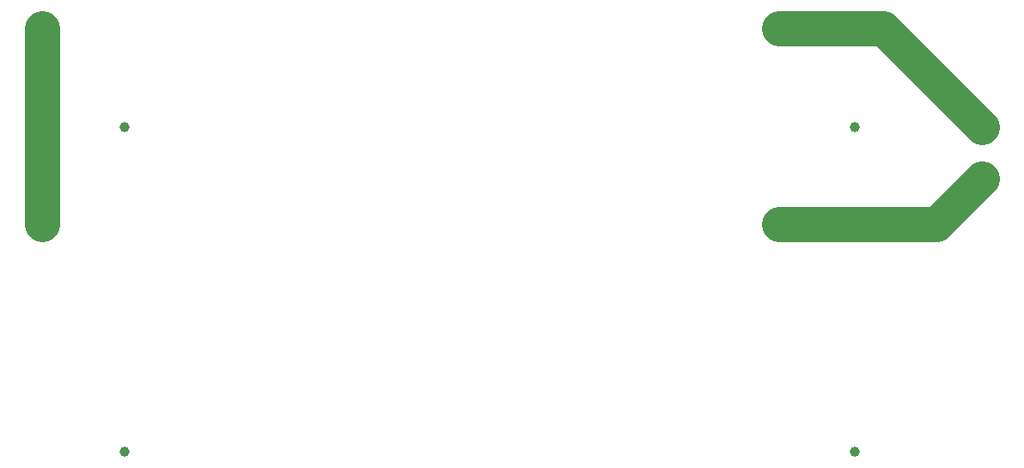
<source format=gtl>
G04*
G04 #@! TF.GenerationSoftware,Altium Limited,Altium Designer,20.0.11 (256)*
G04*
G04 Layer_Physical_Order=1*
G04 Layer_Color=255*
%FSLAX25Y25*%
%MOIN*%
G70*
G01*
G75*
%ADD18C,0.13780*%
%ADD19C,0.10236*%
%ADD20P,0.11506X8X292.5*%
%ADD21C,0.10630*%
%ADD22C,0.03937*%
D18*
X360334Y127736D02*
X377953Y145354D01*
X299088Y127736D02*
X360334D01*
X339587Y203720D02*
X377953Y165354D01*
X299088Y203720D02*
X339587D01*
X13261Y127736D02*
Y203720D01*
D19*
Y127736D02*
D03*
Y203720D02*
D03*
X299088Y127736D02*
D03*
Y203720D02*
D03*
D20*
X377953Y165354D02*
D03*
D21*
Y145354D02*
D03*
D22*
X328740Y165354D02*
D03*
X45276D02*
D03*
X328740Y39370D02*
D03*
X45276D02*
D03*
M02*

</source>
